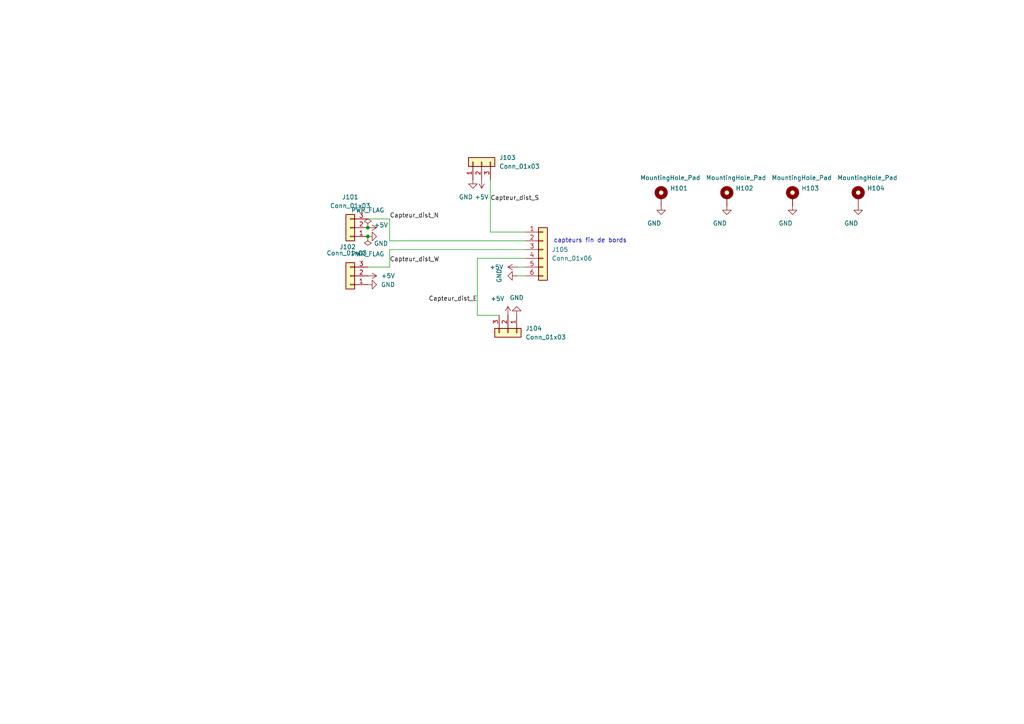
<source format=kicad_sch>
(kicad_sch (version 20231120) (generator "eeschema") (generator_version "8.0")
  (paper "A4")
  (title_block (title "Connector adaptator for sensors") (date "2024-09-25"))
  (lib_symbols
    (symbol "Connector_Generic:Conn_01x03" (pin_names (offset 1.016) hide)
      (property "Reference" "J" (at 0 5.08 0))
      (property "Value" "Conn_01x03" (at 0 -5.08 0))
      (symbol "Conn_01x03_1_1"
        (rectangle (start -1.27 -2.413) (end 0 -2.667) (stroke (width 0.1524)))
        (rectangle (start -1.27 0.127) (end 0 -0.127) (stroke (width 0.1524)))
        (rectangle (start -1.27 2.667) (end 0 2.413) (stroke (width 0.1524)))
        (rectangle (start -1.27 3.81) (end 1.27 -3.81) (stroke (width 0.254)) (fill (type background)))
        (pin passive line (at -5.08 2.54 0) (length 3.81) (name "Pin_1") (number "1"))
        (pin passive line (at -5.08 0 0) (length 3.81) (name "Pin_2") (number "2"))
        (pin passive line (at -5.08 -2.54 0) (length 3.81) (name "Pin_3") (number "3"))
      )
    )
    (symbol "Connector_Generic:Conn_01x06" (pin_names (offset 1.016) hide)
      (property "Reference" "J" (at 0 7.62 0))
      (property "Value" "Conn_01x06" (at 0 -10.16 0))
      (symbol "Conn_01x06_1_1"
        (rectangle (start -1.27 -7.493) (end 0 -7.747) (stroke (width 0.1524)))
        (rectangle (start -1.27 -4.953) (end 0 -5.207) (stroke (width 0.1524)))
        (rectangle (start -1.27 -2.413) (end 0 -2.667) (stroke (width 0.1524)))
        (rectangle (start -1.27 0.127) (end 0 -0.127) (stroke (width 0.1524)))
        (rectangle (start -1.27 2.667) (end 0 2.413) (stroke (width 0.1524)))
        (rectangle (start -1.27 5.207) (end 0 4.953) (stroke (width 0.1524)))
        (rectangle (start -1.27 6.35) (end 1.27 -8.89) (stroke (width 0.254)) (fill (type background)))
        (pin passive line (at -5.08 5.08 0) (length 3.81) (name "Pin_1") (number "1"))
        (pin passive line (at -5.08 2.54 0) (length 3.81) (name "Pin_2") (number "2"))
        (pin passive line (at -5.08 0 0) (length 3.81) (name "Pin_3") (number "3"))
        (pin passive line (at -5.08 -2.54 0) (length 3.81) (name "Pin_4") (number "4"))
        (pin passive line (at -5.08 -5.08 0) (length 3.81) (name "Pin_5") (number "5"))
        (pin passive line (at -5.08 -7.62 0) (length 3.81) (name "Pin_6") (number "6"))
      )
    )
    (symbol "GND_4" (power) (pin_numbers hide) (pin_names (offset 0) hide)
      (property "Value" "GND" (at 0 -3.81 0))
      (symbol "GND_4_0_1"
        (polyline (pts (xy 0 0) (xy 0 -1.27) (xy 1.27 -1.27) (xy 0 -2.54) (xy -1.27 -1.27) (xy 0 -1.27)))
      )
      (symbol "GND_4_1_1"
        (pin power_in line (at 0 0 270) (length 0) (name "~") (number "1"))
      )
    )
    (symbol "Mechanical:MountingHole_Pad" (pin_numbers hide) (pin_names (offset 1.016) hide) (exclude_from_sim yes) (in_bom no)
      (property "Reference" "H" (at 0 6.35 0))
      (property "Value" "MountingHole_Pad" (at 0 4.445 0))
      (symbol "MountingHole_Pad_0_1"
        (circle (center 0 1.27) (radius 1.27) (stroke (width 1.27)))
      )
      (symbol "MountingHole_Pad_1_1"
        (pin input line (at 0 -2.54 90) (length 2.54) (name "1") (number "1"))
      )
    )
    (symbol "power:+5V" (power) (pin_numbers hide) (pin_names (offset 0) hide)
      (property "Value" "+5V" (at 0 3.556 0))
      (symbol "+5V_0_1"
        (polyline (pts (xy -0.762 1.27) (xy 0 2.54)))
        (polyline (pts (xy 0 0) (xy 0 2.54)))
        (polyline (pts (xy 0 2.54) (xy 0.762 1.27)))
      )
      (symbol "+5V_1_1"
        (pin power_in line (at 0 0 90) (length 0) (name "~") (number "1"))
      )
    )
    (symbol "power:PWR_FLAG" (power) (pin_numbers hide) (pin_names (offset 0) hide)
      (property "Value" "PWR_FLAG" (at 0 3.81 0))
      (symbol "PWR_FLAG_0_0"
        (pin power_out line (at 0 0 90) (length 0) (name "~") (number "1"))
      )
      (symbol "PWR_FLAG_0_1"
        (polyline (pts (xy 0 0) (xy 0 1.27) (xy -1.016 1.905) (xy 0 2.54) (xy 1.016 1.905) (xy 0 1.27)))
      )
    )
  )
  (junction (at 106.68 66.04))
  (junction (at 106.68 68.58))
  (wire (pts (xy 142.24 52.07) (xy 142.24 67.31)))
  (wire (pts (xy 149.86 80.01) (xy 152.4 80.01)))
  (wire (pts (xy 149.86 77.47) (xy 152.4 77.47)))
  (wire (pts (xy 113.03 63.5) (xy 106.68 63.5)))
  (wire (pts (xy 142.24 67.31) (xy 152.4 67.31)))
  (wire (pts (xy 138.43 91.44) (xy 144.78 91.44)))
  (wire (pts (xy 106.68 77.47) (xy 113.03 77.47)))
  (wire (pts (xy 113.03 69.85) (xy 113.03 63.5)))
  (wire (pts (xy 113.03 72.39) (xy 113.03 77.47)))
  (wire (pts (xy 113.03 72.39) (xy 152.4 72.39)))
  (wire (pts (xy 138.43 74.93) (xy 138.43 91.44)))
  (wire (pts (xy 152.4 69.85) (xy 113.03 69.85)))
  (wire (pts (xy 138.43 74.93) (xy 152.4 74.93)))
  (text "capteurs fin de bords" (at 171.196 69.85 0) (effects (font (size 1.27 1.27))))
  (label "Capteur_dist_E" (at 138.43 87.63 180))
  (label "Capteur_dist_W" (at 113.03 76.2 0))
  (label "Capteur_dist_S" (at 142.24 58.42 0))
  (label "Capteur_dist_N" (at 113.03 63.5 0))
  (symbol (lib_id "Mechanical:MountingHole_Pad") (at 191.77 57.15 0) (unit 1) (exclude_from_sim yes) (in_bom no)
    (property "Reference" "H101" (at 194.31 54.6099 0) (effects (justify left)))
    (property "Value" "MountingHole_Pad" (at 185.674 51.562 0) (effects (justify left)))
    (property "Footprint" "MountingHole:MountingHole_3.2mm_M3_Pad_Via" (effects (hide yes)))
    (property "Description" "Mounting Hole with connection" (effects (hide yes)))
  )
  (symbol (lib_id "Connector_Generic:Conn_01x06") (at 157.48 72.39 0) (unit 1)
    (property "Reference" "J105" (at 160.02 72.3899 0) (effects (justify left)))
    (property "Value" "Conn_01x06" (at 160.02 74.9299 0) (effects (justify left)))
    (property "Footprint" "Connector_JST:JST_XH_S6B-XH-A_1x06_P2.50mm_Horizontal" (effects (hide yes)))
    (property "Description" "Generic connector, single row, 01x06, script generated (kicad-library-utils/schlib/autogen/connector/)" (effects (hide yes)))
  )
  (symbol (lib_name "GND_4") (lib_id "power:GND") (at 106.68 82.55 90) (unit 1)
    (property "Reference" "#PWR0104" (effects (hide yes)))
    (property "Value" "GND" (at 110.49 82.5499 90) (effects (justify right)))
    (property "Description" "Power symbol creates a global label with name \"GND\" , ground" (effects (hide yes)))
  )
  (symbol (lib_id "power:PWR_FLAG") (at 106.68 66.04 0) (unit 1)
    (property "Reference" "#FLG0101" (effects (hide yes)))
    (property "Value" "PWR_FLAG" (at 106.68 60.96 0))
    (property "Description" "Special symbol for telling ERC where power comes from" (effects (hide yes)))
  )
  (symbol (lib_id "power:+5V") (at 147.32 91.44 0) (unit 1)
    (property "Reference" "#PWR0107" (effects (hide yes)))
    (property "Value" "+5V" (at 144.272 86.614 0))
    (property "Description" "Power symbol creates a global label with name \"+5V\"" (effects (hide yes)))
  )
  (symbol (lib_name "GND_4") (lib_id "power:GND") (at 149.86 80.01 270) (unit 1)
    (property "Reference" "#PWR0109" (effects (hide yes)))
    (property "Value" "GND" (at 144.78 80.01 0))
    (property "Description" "Power symbol creates a global label with name \"GND\" , ground" (effects (hide yes)))
  )
  (symbol (lib_id "Connector_Generic:Conn_01x03") (at 101.6 80.01 180) (unit 1)
    (property "Reference" "J102" (at 100.838 71.628 0))
    (property "Value" "Conn_01x03" (at 100.584 73.406 0))
    (property "Footprint" "Connector_JST:JST_XH_S3B-XH-A_1x03_P2.50mm_Horizontal" (effects (hide yes)))
    (property "Description" "Generic connector, single row, 01x03, script generated (kicad-library-utils/schlib/autogen/connector/)" (effects (hide yes)))
  )
  (symbol (lib_name "GND_4") (lib_id "power:GND") (at 191.77 59.69 0) (unit 1)
    (property "Reference" "#PWR0111" (effects (hide yes)))
    (property "Value" "GND" (at 189.738 64.77 0))
    (property "Description" "Power symbol creates a global label with name \"GND\" , ground" (effects (hide yes)))
  )
  (symbol (lib_id "Connector_Generic:Conn_01x03") (at 147.32 96.52 270) (unit 1)
    (property "Reference" "J104" (at 152.4 95.2499 90) (effects (justify left)))
    (property "Value" "Conn_01x03" (at 152.4 97.7899 90) (effects (justify left)))
    (property "Footprint" "Connector_JST:JST_XH_S3B-XH-A_1x03_P2.50mm_Horizontal" (effects (hide yes)))
    (property "Description" "Generic connector, single row, 01x03, script generated (kicad-library-utils/schlib/autogen/connector/)" (effects (hide yes)))
  )
  (symbol (lib_id "power:+5V") (at 106.68 66.04 270) (unit 1)
    (property "Reference" "#PWR0101" (effects (hide yes)))
    (property "Value" "+5V" (at 108.458 65.278 90) (effects (justify left)))
    (property "Description" "Power symbol creates a global label with name \"+5V\"" (effects (hide yes)))
  )
  (symbol (lib_id "power:+5V") (at 139.7 52.07 180) (unit 1)
    (property "Reference" "#PWR0106" (effects (hide yes)))
    (property "Value" "+5V" (at 139.7 57.15 0))
    (property "Description" "Power symbol creates a global label with name \"+5V\"" (effects (hide yes)))
  )
  (symbol (lib_name "GND_4") (lib_id "power:GND") (at 106.68 68.58 90) (unit 1)
    (property "Reference" "#PWR0102" (effects (hide yes)))
    (property "Value" "GND" (at 108.458 70.612 90) (effects (justify right)))
    (property "Description" "Power symbol creates a global label with name \"GND\" , ground" (effects (hide yes)))
  )
  (symbol (lib_name "GND_4") (lib_id "power:GND") (at 149.86 91.44 180) (unit 1)
    (property "Reference" "#PWR0110" (effects (hide yes)))
    (property "Value" "GND" (at 149.86 86.36 0))
    (property "Description" "Power symbol creates a global label with name \"GND\" , ground" (effects (hide yes)))
  )
  (symbol (lib_id "power:+5V") (at 149.86 77.47 90) (unit 1)
    (property "Reference" "#PWR0108" (effects (hide yes)))
    (property "Value" "+5V" (at 146.05 77.4699 90) (effects (justify left)))
    (property "Description" "Power symbol creates a global label with name \"+5V\"" (effects (hide yes)))
  )
  (symbol (lib_name "GND_4") (lib_id "power:GND") (at 210.82 59.69 0) (unit 1)
    (property "Reference" "#PWR0112" (effects (hide yes)))
    (property "Value" "GND" (at 208.788 64.77 0))
    (property "Description" "Power symbol creates a global label with name \"GND\" , ground" (effects (hide yes)))
  )
  (symbol (lib_name "GND_4") (lib_id "power:GND") (at 229.87 59.69 0) (unit 1)
    (property "Reference" "#PWR0113" (effects (hide yes)))
    (property "Value" "GND" (at 227.838 64.77 0))
    (property "Description" "Power symbol creates a global label with name \"GND\" , ground" (effects (hide yes)))
  )
  (symbol (lib_id "Mechanical:MountingHole_Pad") (at 210.82 57.15 0) (unit 1) (exclude_from_sim yes) (in_bom no)
    (property "Reference" "H102" (at 213.36 54.6099 0) (effects (justify left)))
    (property "Value" "MountingHole_Pad" (at 204.724 51.562 0) (effects (justify left)))
    (property "Footprint" "MountingHole:MountingHole_3.2mm_M3_Pad_Via" (effects (hide yes)))
    (property "Description" "Mounting Hole with connection" (effects (hide yes)))
  )
  (symbol (lib_id "Mechanical:MountingHole_Pad") (at 229.87 57.15 0) (unit 1) (exclude_from_sim yes) (in_bom no)
    (property "Reference" "H103" (at 232.41 54.6099 0) (effects (justify left)))
    (property "Value" "MountingHole_Pad" (at 223.774 51.562 0) (effects (justify left)))
    (property "Footprint" "MountingHole:MountingHole_3.2mm_M3_Pad_Via" (effects (hide yes)))
    (property "Description" "Mounting Hole with connection" (effects (hide yes)))
  )
  (symbol (lib_id "Connector_Generic:Conn_01x03") (at 101.6 66.04 180) (unit 1)
    (property "Reference" "J101" (at 101.6 57.15 0))
    (property "Value" "Conn_01x03" (at 101.6 59.69 0))
    (property "Footprint" "Connector_JST:JST_XH_S3B-XH-A_1x03_P2.50mm_Horizontal" (effects (hide yes)))
    (property "Description" "Generic connector, single row, 01x03, script generated (kicad-library-utils/schlib/autogen/connector/)" (effects (hide yes)))
  )
  (symbol (lib_name "GND_4") (lib_id "power:GND") (at 248.92 59.69 0) (unit 1)
    (property "Reference" "#PWR0114" (effects (hide yes)))
    (property "Value" "GND" (at 246.888 64.77 0))
    (property "Description" "Power symbol creates a global label with name \"GND\" , ground" (effects (hide yes)))
  )
  (symbol (lib_id "Mechanical:MountingHole_Pad") (at 248.92 57.15 0) (unit 1) (exclude_from_sim yes) (in_bom no)
    (property "Reference" "H104" (at 251.46 54.6099 0) (effects (justify left)))
    (property "Value" "MountingHole_Pad" (at 242.824 51.562 0) (effects (justify left)))
    (property "Footprint" "MountingHole:MountingHole_3.2mm_M3_Pad_Via" (effects (hide yes)))
    (property "Description" "Mounting Hole with connection" (effects (hide yes)))
  )
  (symbol (lib_id "Connector_Generic:Conn_01x03") (at 139.7 46.99 90) (unit 1)
    (property "Reference" "J103" (at 144.78 45.7199 90) (effects (justify right)))
    (property "Value" "Conn_01x03" (at 144.78 48.2599 90) (effects (justify right)))
    (property "Footprint" "Connector_JST:JST_XH_S3B-XH-A_1x03_P2.50mm_Horizontal" (effects (hide yes)))
    (property "Description" "Generic connector, single row, 01x03, script generated (kicad-library-utils/schlib/autogen/connector/)" (effects (hide yes)))
  )
  (symbol (lib_id "power:PWR_FLAG") (at 106.68 68.58 180) (unit 1)
    (property "Reference" "#FLG0102" (effects (hide yes)))
    (property "Value" "PWR_FLAG" (at 106.68 73.66 0))
    (property "Description" "Special symbol for telling ERC where power comes from" (effects (hide yes)))
  )
  (symbol (lib_name "GND_4") (lib_id "power:GND") (at 137.16 52.07 0) (unit 1)
    (property "Reference" "#PWR0105" (effects (hide yes)))
    (property "Value" "GND" (at 135.128 57.15 0))
    (property "Description" "Power symbol creates a global label with name \"GND\" , ground" (effects (hide yes)))
  )
  (symbol (lib_id "power:+5V") (at 106.68 80.01 270) (unit 1)
    (property "Reference" "#PWR0103" (effects (hide yes)))
    (property "Value" "+5V" (at 110.49 80.0099 90) (effects (justify left)))
    (property "Description" "Power symbol creates a global label with name \"+5V\"" (effects (hide yes)))
  )
)
</source>
